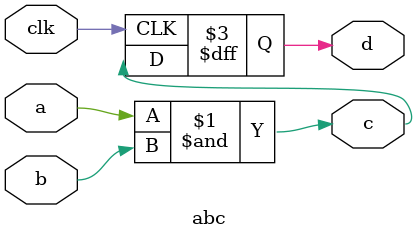
<source format=v>

module abc(input a, input b, input clk, output c, output reg d);

assign c = a & b;

always @(posedge clk)
    d <= c;
endmodule


</source>
